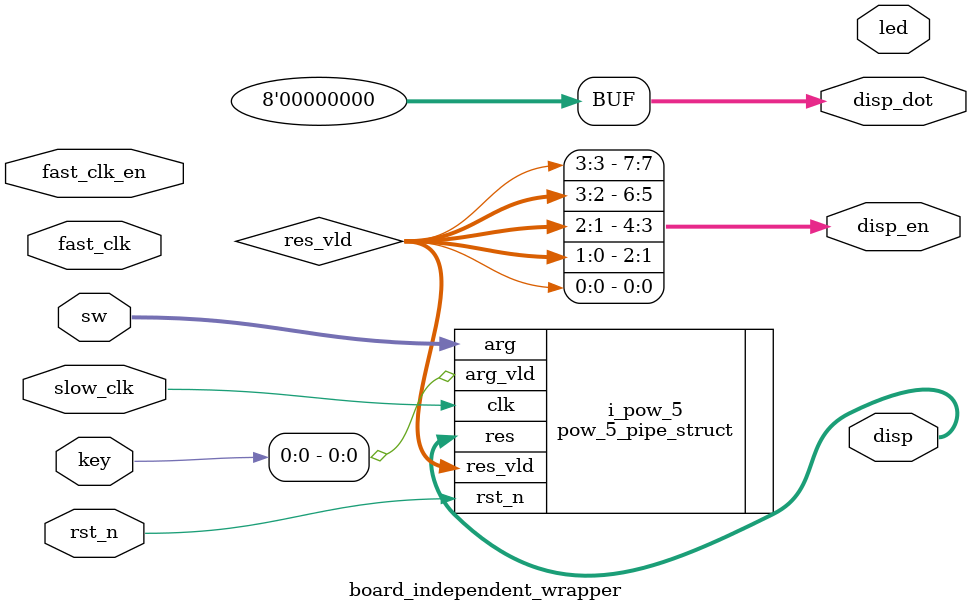
<source format=v>
module board_independent_wrapper
(
    input         fast_clk,
    input         slow_clk,
    input         rst_n,
    input         fast_clk_en,
    input  [ 3:0] key,
    input  [ 7:0] sw,
    output [ 7:0] led,
    output [ 7:0] disp_en,
    output [31:0] disp,
    output [ 7:0] disp_dot
);

    wire [3:0] res_vld;

    pow_5_pipe_struct
    # (.w (8))
    i_pow_5
    (
        .clk     ( slow_clk    ),
        .rst_n   ( rst_n       ),
        .arg_vld ( key [0]     ),
        .arg     ( sw          ),
        .res_vld ( res_vld     ),
        .res     ( disp [31:0] )
    );

    assign disp_en  =
    {
        res_vld [3], res_vld [3],
        res_vld [2], res_vld [2],
        res_vld [1], res_vld [1],
        res_vld [0], res_vld [0]
    };

    assign disp_dot = 8'b0;

endmodule

</source>
